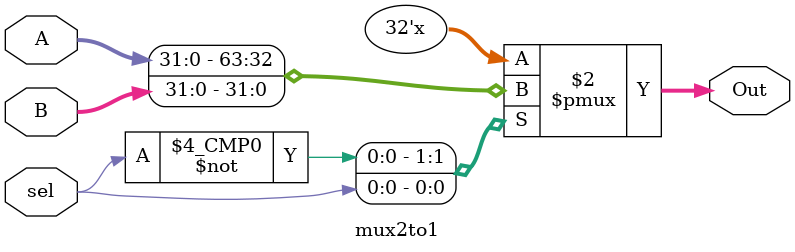
<source format=v>
module mux2to1 (
    input wire sel,
    input wire[31:0] A,
    input wire[31:0] B,
    output reg[31:0] Out
);

always @(*) begin
    case(sel)
        1'b0: Out = A;
        1'b1: Out = B;
    endcase

end

endmodule
</source>
